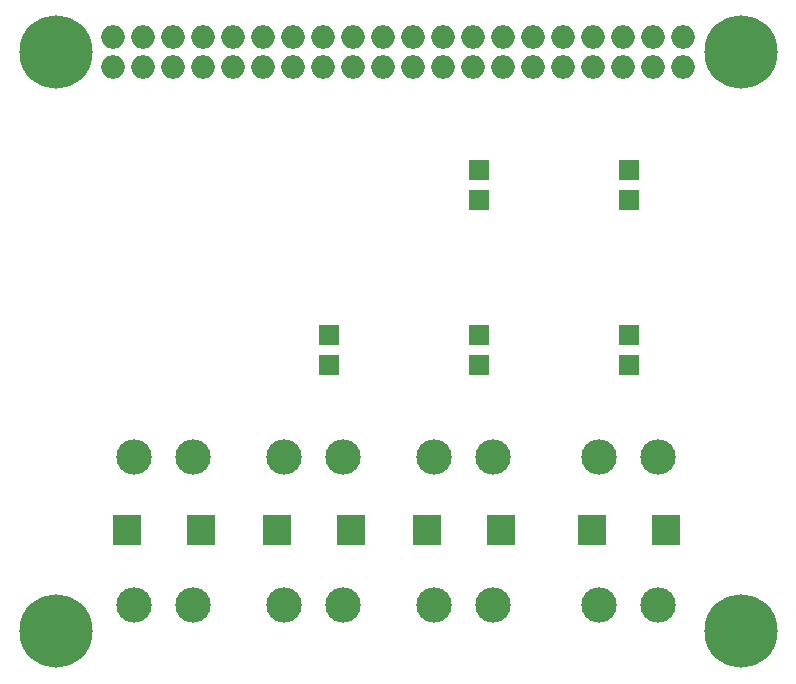
<source format=gbr>
G04 #@! TF.FileFunction,Soldermask,Bot*
%FSLAX46Y46*%
G04 Gerber Fmt 4.6, Leading zero omitted, Abs format (unit mm)*
G04 Created by KiCad (PCBNEW 4.0.7) date 01/22/18 00:42:11*
%MOMM*%
%LPD*%
G01*
G04 APERTURE LIST*
%ADD10C,0.100000*%
%ADD11O,2.000000X2.000000*%
%ADD12C,6.200000*%
%ADD13R,1.800000X1.800000*%
%ADD14R,2.400000X2.500000*%
%ADD15O,3.000000X3.000000*%
G04 APERTURE END LIST*
D10*
D11*
X60440000Y-53530000D03*
X60440000Y-50990000D03*
X62980000Y-53530000D03*
X62980000Y-50990000D03*
X65520000Y-53530000D03*
X65520000Y-50990000D03*
X68060000Y-53530000D03*
X68060000Y-50990000D03*
X70600000Y-53530000D03*
X70600000Y-50990000D03*
X73140000Y-53530000D03*
X73140000Y-50990000D03*
X75680000Y-53530000D03*
X75680000Y-50990000D03*
X78220000Y-53530000D03*
X78220000Y-50990000D03*
X80760000Y-53530000D03*
X80760000Y-50990000D03*
X83300000Y-53530000D03*
X83300000Y-50990000D03*
X85840000Y-53530000D03*
X85840000Y-50990000D03*
X88380000Y-53530000D03*
X88380000Y-50990000D03*
X90920000Y-53530000D03*
X90920000Y-50990000D03*
X93460000Y-53530000D03*
X93460000Y-50990000D03*
X96000000Y-53530000D03*
X96000000Y-50990000D03*
X98540000Y-53530000D03*
X98540000Y-50990000D03*
X101080000Y-53530000D03*
X101080000Y-50990000D03*
X103620000Y-53530000D03*
X103620000Y-50990000D03*
X106160000Y-53530000D03*
X106160000Y-50990000D03*
X108700000Y-53530000D03*
X108700000Y-50990000D03*
D12*
X113570000Y-52260000D03*
X113570000Y-101260000D03*
X55570000Y-101260000D03*
X55570000Y-52260000D03*
D13*
X104140000Y-64770000D03*
X104140000Y-62230000D03*
X91440000Y-64770000D03*
X91440000Y-62230000D03*
X104140000Y-78740000D03*
X104140000Y-76200000D03*
X91440000Y-78740000D03*
X91440000Y-76200000D03*
X78740000Y-78740000D03*
X78740000Y-76200000D03*
D14*
X100990000Y-92710000D03*
X107290000Y-92710000D03*
X87020000Y-92710000D03*
X93320000Y-92710000D03*
X74320000Y-92710000D03*
X80620000Y-92710000D03*
X61620000Y-92710000D03*
X67920000Y-92710000D03*
D15*
X101600000Y-86560000D03*
X106600000Y-86560000D03*
X101600000Y-99060000D03*
X106600000Y-99060000D03*
X87630000Y-86560000D03*
X92630000Y-86560000D03*
X87630000Y-99060000D03*
X92630000Y-99060000D03*
X74930000Y-86560000D03*
X79930000Y-86560000D03*
X74930000Y-99060000D03*
X79930000Y-99060000D03*
X62230000Y-86560000D03*
X67230000Y-86560000D03*
X62230000Y-99060000D03*
X67230000Y-99060000D03*
M02*

</source>
